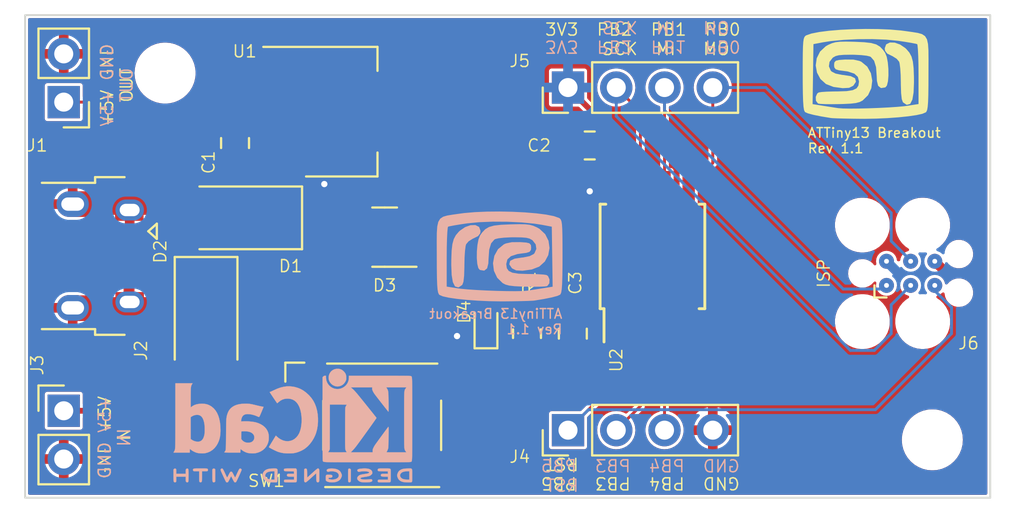
<source format=kicad_pcb>
(kicad_pcb (version 20211014) (generator pcbnew)
  (title_block (title "ATTiny13 Breakout") (rev "1.1"))
  (layers (0 "F.Cu" signal) (31 "B.Cu" signal) (34 "B.Paste" user) (35 "F.Paste" user) (36 "B.SilkS" user "B.Silkscreen") (37 "F.SilkS" user "F.Silkscreen") (38 "B.Mask" user) (39 "F.Mask" user) (44 "Edge.Cuts" user))
  (net 0 "")
  (net 1 "+3.3V")
  (net 2 "GND")
  (net 3 "+5V")
  (net 4 "Net-(D1-Pad2)")
  (net 5 "Net-(D2-Pad2)")
  (net 9 "/PB5_RESET")
  (net 10 "/GPIO_PB3")
  (net 11 "/GPIO_PB4")
  (net 12 "/PB2_SCK")
  (net 13 "/PB1_MISO")
  (net 14 "/PB0_MOSI")
  (footprint "Connector_PinHeader_2.54mm:PinHeader_1x02_P2.54mm_Vertical" (layer "F.Cu") (at 103.632 106.177 180)
    (fp_text reference "J1" (at 1.397 -2.281) (layer "F.SilkS") (effects (font (size 0.635 0.635) (thickness 0.0762))))
    (fp_text value "Pwr OUT")
    (pad "1" thru_hole rect (at 0 0 180) (size 1.7 1.7) (drill 1) (layers *.Cu *.Mask) (net 3 "+5V"))
    (pad "2" thru_hole oval (at 0 2.54 180) (size 1.7 1.7) (drill 1) (layers *.Cu *.Mask) (net 2 "GND"))
  )
  (footprint "Capacitor_SMD:C_0805_2012Metric_Pad1.18x1.45mm_HandSolder" (layer "F.Cu") (at 131.318 108.458 180)
    (fp_text reference "C2" (at 2.667 0) (layer "F.SilkS") (effects (font (size 0.635 0.635) (thickness 0.0762))))
    (fp_text value "100nF")
    (pad "1" smd roundrect (at -1.0375 0 180) (size 1.175 1.45) (layers "F.Cu" "F.Paste" "F.Mask") (roundrect_rratio 0.212766) (net 1 "+3.3V"))
    (pad "2" smd roundrect (at 1.0375 0 180) (size 1.175 1.45) (layers "F.Cu" "F.Paste" "F.Mask") (roundrect_rratio 0.212766) (net 2 "GND"))
  )
  (footprint "Package_TO_SOT_SMD:SOT-223-3_TabPin2" (layer "F.Cu") (at 118.237 106.68)
    (fp_text reference "U1" (at -5.08 -3.175) (layer "F.SilkS") (effects (font (size 0.635 0.635) (thickness 0.0762))))
    (fp_text value "TC1262-33")
    (pad "1" smd rect (at -3.15 -2.3) (size 2 1.5) (layers "F.Cu" "F.Paste" "F.Mask") (net 3 "+5V"))
    (pad "2" smd rect (at -3.15 0) (size 2 1.5) (layers "F.Cu" "F.Paste" "F.Mask") (net 2 "GND"))
    (pad "2" smd rect (at 3.15 0) (size 2 3.8) (layers "F.Cu" "F.Paste" "F.Mask") (net 2 "GND"))
    (pad "3" smd rect (at -3.15 2.3) (size 2 1.5) (layers "F.Cu" "F.Paste" "F.Mask") (net 1 "+3.3V"))
  )
  (footprint "Connector_PinHeader_2.54mm:PinHeader_1x04_P2.54mm_Vertical" (layer "F.Cu") (at 130.175 123.444 90)
    (fp_text reference "J4" (at -1.397 -2.54) (layer "F.SilkS") (effects (font (size 0.635 0.635) (thickness 0.0762))))
    (fp_text value "Conn_01x04_Male" hide)
    (pad "1" thru_hole rect (at 0 0 90) (size 1.7 1.7) (drill 1) (layers *.Cu *.Mask) (net 9 "/PB5_RESET"))
    (pad "2" thru_hole oval (at 0 2.54 90) (size 1.7 1.7) (drill 1) (layers *.Cu *.Mask) (net 10 "/GPIO_PB3"))
    (pad "3" thru_hole oval (at 0 5.08 90) (size 1.7 1.7) (drill 1) (layers *.Cu *.Mask) (net 11 "/GPIO_PB4"))
    (pad "4" thru_hole oval (at 0 7.62 90) (size 1.7 1.7) (drill 1) (layers *.Cu *.Mask) (net 2 "GND"))
  )
  (footprint "Capacitor_SMD:C_0805_2012Metric_Pad1.18x1.45mm_HandSolder" (layer "F.Cu") (at 130.429 118.364 -90)
    (fp_text reference "C3" (at -2.667 -0.127 90) (layer "F.SilkS") (effects (font (size 0.635 0.635) (thickness 0.0762))))
    (fp_text value "100nF")
    (pad "1" smd roundrect (at -1.0375 0 270) (size 1.175 1.45) (layers "F.Cu" "F.Paste" "F.Mask") (roundrect_rratio 0.212766) (net 9 "/PB5_RESET"))
    (pad "2" smd roundrect (at 1.0375 0 270) (size 1.175 1.45) (layers "F.Cu" "F.Paste" "F.Mask") (roundrect_rratio 0.212766) (net 2 "GND"))
  )
  (footprint "Diode_SMD:D_SMA" (layer "F.Cu") (at 111.125 117.729 -90)
    (fp_text reference "D2" (at -3.683 2.413 90) (layer "F.SilkS") (effects (font (size 0.635 0.635) (thickness 0.0762))))
    (fp_text value "B130")
    (pad "1" smd rect (at -2 0 270) (size 2.5 1.8) (layers "F.Cu" "F.Paste" "F.Mask") (net 3 "+5V"))
    (pad "2" smd rect (at 2 0 270) (size 2.5 1.8) (layers "F.Cu" "F.Paste" "F.Mask") (net 5 "Net-(D2-Pad2)"))
  )
  (footprint "Connector_PinHeader_2.54mm:PinHeader_1x04_P2.54mm_Vertical" (layer "F.Cu") (at 130.175 105.41 90)
    (fp_text reference "J5" (at 1.397 -2.54) (layer "F.SilkS") (effects (font (size 0.635 0.635) (thickness 0.0762))))
    (fp_text value "Conn_01x04_Male" hide)
    (pad "1" thru_hole rect (at 0 0 90) (size 1.7 1.7) (drill 1) (layers *.Cu *.Mask) (net 1 "+3.3V"))
    (pad "2" thru_hole oval (at 0 2.54 90) (size 1.7 1.7) (drill 1) (layers *.Cu *.Mask) (net 12 "/PB2_SCK"))
    (pad "3" thru_hole oval (at 0 5.08 90) (size 1.7 1.7) (drill 1) (layers *.Cu *.Mask) (net 13 "/PB1_MISO"))
    (pad "4" thru_hole oval (at 0 7.62 90) (size 1.7 1.7) (drill 1) (layers *.Cu *.Mask) (net 14 "/PB0_MOSI"))
  )
  (footprint "mech:MyBasic_rounded_50_1" (layer "F.Cu") (at 145.796 104.648)
    (fp_text reference "Lg1" hide)
    (fp_text value "SM" hide)
  )
  (footprint "attiny13_breakout:Tag-Connect_TC2030-IDC-FP_2x03_P1.27mm_Vertical" (layer "F.Cu") (at 148.209 115.189)
    (fp_text reference "J6" (at 3.048 3.683) (layer "F.SilkS") (effects (font (size 0.635 0.635) (thickness 0.0762))))
    (fp_text value "ISP")
    (pad "" np_thru_hole circle (at 2.54 -1.016) (size 0.9906 0.9906) (drill 0.9906) (layers *.Cu *.Mask))
    (pad "" np_thru_hole circle (at 0.635 -2.54) (size 2.3749 2.3749) (drill 2.3749) (layers *.Cu *.Mask))
    (pad "" np_thru_hole circle (at 2.54 1.016) (size 0.9906 0.9906) (drill 0.9906) (layers *.Cu *.Mask))
    (pad "" np_thru_hole circle (at 0.635 2.54) (size 2.3749 2.3749) (drill 2.3749) (layers *.Cu *.Mask))
    (pad "" np_thru_hole circle (at -2.54 0) (size 0.9906 0.9906) (drill 0.9906) (layers *.Cu *.Mask))
    (pad "" np_thru_hole circle (at -2.54 2.54) (size 2.3749 2.3749) (drill 2.3749) (layers *.Cu *.Mask))
    (pad "" np_thru_hole circle (at -2.54 -2.54) (size 2.3749 2.3749) (drill 2.3749) (layers *.Cu *.Mask))
    (pad "1" thru_hole circle (at -1.27 0.635) (size 0.7874 0.7874) (drill 0.254) (layers *.Cu "F.Mask") (net 13 "/PB1_MISO"))
    (pad "2" thru_hole circle (at -1.27 -0.635) (size 0.7874 0.7874) (drill 0.254) (layers *.Cu "F.Mask") (net 1 "+3.3V"))
    (pad "3" thru_hole circle (at 0 0.635) (size 0.7874 0.7874) (drill 0.254) (layers *.Cu "F.Mask") (net 12 "/PB2_SCK"))
    (pad "4" thru_hole circle (at 0 -0.635) (size 0.7874 0.7874) (drill 0.254) (layers *.Cu "F.Mask") (net 14 "/PB0_MOSI"))
    (pad "5" thru_hole circle (at 1.27 0.635) (size 0.7874 0.7874) (drill 0.254) (layers *.Cu "F.Mask") (net 9 "/PB5_RESET"))
    (pad "6" thru_hole circle (at 1.27 -0.635) (size 0.7874 0.7874) (drill 0.254) (layers *.Cu "F.Mask") (net 2 "GND"))
    (zone (net 0) (net_name "") (layer "F.Cu") (connect_pads (clearance 0)) (min_thickness 0.254)
      (keepout (tracks allowed) (vias not_allowed) (pads allowed) (copperpour not_allowed) (footprints not_allowed))
      (fill (thermal_gap 0.508) (thermal_bridge_width 0.508))
      (polygon (pts (xy 149.479 114.554) (xy 146.939 114.554) (xy 146.939 115.824) (xy 149.479 115.824)))
    )
  )
  (footprint "MountingHole:MountingHole_2.7mm_M2.5" (layer "F.Cu") (at 108.966 104.648)
    (fp_text reference "H2" hide)
    (fp_text value "M2.5 Mounting Hole")
    (pad "" np_thru_hole circle (at 0 0) (size 2.7 2.7) (drill 2.7) (layers *.Cu *.Mask))
  )
  (footprint "Button_Switch_SMD:SW_SPST_Omron_B3FS-100xP" (layer "F.Cu") (at 120.396 123.19)
    (fp_text reference "SW1" (at -6.096 2.921) (layer "F.SilkS") (effects (font (size 0.635 0.635) (thickness 0.0762))))
    (fp_text value "B3S-1000")
    (pad "1" smd rect (at 4 -2.25 180) (size 1.6 1.4) (layers "F.Cu" "F.Paste" "F.Mask") (net 9 "/PB5_RESET"))
    (pad "1" smd rect (at -4 -2.25 180) (size 1.6 1.4) (layers "F.Cu" "F.Paste" "F.Mask") (net 9 "/PB5_RESET"))
    (pad "2" smd rect (at 4 2.25 180) (size 1.6 1.4) (layers "F.Cu" "F.Paste" "F.Mask") (net 2 "GND"))
    (pad "2" smd rect (at -4 2.25 180) (size 1.6 1.4) (layers "F.Cu" "F.Paste" "F.Mask") (net 2 "GND"))
  )
  (footprint "Diode_SMD:D_SMA" (layer "F.Cu") (at 112.776 112.268 180)
    (fp_text reference "D1" (at -2.794 -2.54) (layer "F.SilkS") (effects (font (size 0.635 0.635) (thickness 0.0762))))
    (fp_text value "B130")
    (pad "1" smd rect (at -2 0 180) (size 2.5 1.8) (layers "F.Cu" "F.Paste" "F.Mask") (net 3 "+5V"))
    (pad "2" smd rect (at 2 0 180) (size 2.5 1.8) (layers "F.Cu" "F.Paste" "F.Mask") (net 4 "Net-(D1-Pad2)"))
  )
  (footprint "Resistor_SMD:R_0805_2012Metric_Pad1.20x1.40mm_HandSolder" (layer "F.Cu") (at 128.016 118.364 90)
    (fp_text reference "R1" (at 2.667 0.127 90) (layer "F.SilkS") (effects (font (size 0.635 0.635) (thickness 0.0762))))
    (fp_text value "4.7kΩ")
    (pad "1" smd roundrect (at -1 0 90) (size 1.2 1.4) (layers "F.Cu" "F.Paste" "F.Mask") (roundrect_rratio 0.208333) (net 1 "+3.3V"))
    (pad "2" smd roundrect (at 1 0 90) (size 1.2 1.4) (layers "F.Cu" "F.Paste" "F.Mask") (roundrect_rratio 0.208333) (net 9 "/PB5_RESET"))
  )
  (footprint "Connector_USB:USB_Micro-B_Amphenol_10103594-0001LF_Horizontal" (layer "F.Cu") (at 105.2175 114.3 -90)
    (fp_text reference "J2" (at 4.953 -2.4785 -90) (layer "F.SilkS") (effects (font (size 0.635 0.635) (thickness 0.0762))))
    (fp_text value "Power")
    (pad "1" smd rect (at -1.325 -1.765) (size 1.65 0.4) (layers "F.Cu" "F.Paste" "F.Mask") (net 4 "Net-(D1-Pad2)"))
    (pad "2" smd rect (at -0.675 -1.765) (size 1.65 0.4) (layers "F.Cu" "F.Paste" "F.Mask"))
    (pad "3" smd rect (at -0.025 -1.765) (size 1.65 0.4) (layers "F.Cu" "F.Paste" "F.Mask"))
    (pad "4" smd rect (at 0.625 -1.765) (size 1.65 0.4) (layers "F.Cu" "F.Paste" "F.Mask"))
    (pad "5" smd rect (at 1.275 -1.765) (size 1.65 0.4) (layers "F.Cu" "F.Paste" "F.Mask") (net 2 "GND"))
    (pad "6" smd rect (at -2.875 -1.865 270) (size 2 1.5) (layers "F.Cu" "F.Paste" "F.Mask") (net 2 "GND"))
    (pad "6" thru_hole oval (at 2.395 -1.885) (size 1.5 1.1) (drill oval 1.05 0.65) (layers *.Cu *.Mask) (net 2 "GND"))
    (pad "6" smd rect (at 2.725 0.185 270) (size 1.35 2) (layers "F.Cu" "F.Paste" "F.Mask") (net 2 "GND"))
    (pad "6" smd rect (at 2.975 -0.565 270) (size 1.825 0.7) (layers "F.Cu" "F.Paste" "F.Mask") (net 2 "GND"))
    (pad "6" smd rect (at 2.875 -1.885 270) (size 2 1.5) (layers "F.Cu" "F.Paste" "F.Mask") (net 2 "GND"))
    (pad "6" smd rect (at -2.755 0.185 270) (size 1.35 2) (layers "F.Cu" "F.Paste" "F.Mask") (net 2 "GND"))
    (pad "6" smd rect (at -0.985 1.385) (size 2.5 1.43) (layers "F.Cu" "F.Paste" "F.Mask") (net 2 "GND"))
    (pad "6" smd rect (at -2.975 -0.565 270) (size 1.825 0.7) (layers "F.Cu" "F.Paste" "F.Mask") (net 2 "GND"))
    (pad "6" smd rect (at 0.935 1.385) (size 2.5 1.43) (layers "F.Cu" "F.Paste" "F.Mask") (net 2 "GND"))
    (pad "6" thru_hole oval (at -2.755 1.115) (size 1.7 1.35) (drill oval 1.2 0.7) (layers *.Cu *.Mask) (net 2 "GND"))
    (pad "6" thru_hole oval (at -2.445 -1.885) (size 1.5 1.1) (drill oval 1.05 0.65) (layers *.Cu *.Mask) (net 2 "GND"))
    (pad "6" thru_hole oval (at 2.705 1.115) (size 1.7 1.35) (drill oval 1.2 0.7) (layers *.Cu *.Mask) (net 2 "GND"))
  )
  (footprint "Package_SO:SOIC-8W_5.3x5.3mm_P1.27mm" (layer "F.Cu") (at 134.62 114.3 90)
    (fp_text reference "U2" (at -5.461 -1.905 90) (layer "F.SilkS") (effects (font (size 0.635 0.635) (thickness 0.0762))))
    (fp_text value "ATtiny13-20S")
    (pad "1" smd rect (at -3.65 -1.905 90) (size 1.7 0.65) (layers "F.Cu" "F.Paste" "F.Mask") (net 9 "/PB5_RESET"))
    (pad "2" smd rect (at -3.65 -0.635 90) (size 1.7 0.65) (layers "F.Cu" "F.Paste" "F.Mask") (net 10 "/GPIO_PB3"))
    (pad "3" smd rect (at -3.65 0.635 90) (size 1.7 0.65) (layers "F.Cu" "F.Paste" "F.Mask") (net 11 "/GPIO_PB4"))
    (pad "4" smd rect (at -3.65 1.905 90) (size 1.7 0.65) (layers "F.Cu" "F.Paste" "F.Mask") (net 2 "GND"))
    (pad "5" smd rect (at 3.65 1.905 90) (size 1.7 0.65) (layers "F.Cu" "F.Paste" "F.Mask") (net 14 "/PB0_MOSI"))
    (pad "6" smd rect (at 3.65 0.635 90) (size 1.7 0.65) (layers "F.Cu" "F.Paste" "F.Mask") (net 13 "/PB1_MISO"))
    (pad "7" smd rect (at 3.65 -0.635 90) (size 1.7 0.65) (layers "F.Cu" "F.Paste" "F.Mask") (net 12 "/PB2_SCK"))
    (pad "8" smd rect (at 3.65 -1.905 90) (size 1.7 0.65) (layers "F.Cu" "F.Paste" "F.Mask") (net 1 "+3.3V"))
  )
  (footprint "Diode_SMD:D_SOD-523" (layer "F.Cu") (at 125.857 117.983 90)
    (fp_text reference "D4" (at 0.762 -1.143 90) (layer "F.SilkS") (effects (font (size 0.635 0.635) (thickness 0.0762))))
    (fp_text value "PESD3V3S1UB" hide)
    (pad "1" smd rect (at -0.7 0 270) (size 0.6 0.7) (layers "F.Cu" "F.Paste" "F.Mask") (net 1 "+3.3V"))
    (pad "2" smd rect (at 0.7 0 270) (size 0.6 0.7) (layers "F.Cu" "F.Paste" "F.Mask") (net 9 "/PB5_RESET"))
  )
  (footprint "MountingHole:MountingHole_2.7mm_M2.5" (layer "F.Cu") (at 149.352 123.952)
    (fp_text reference "H1" hide)
    (fp_text value "M2.5 Mounting Hole")
    (pad "" np_thru_hole circle (at 0 0) (size 2.7 2.7) (drill 2.7) (layers *.Cu *.Mask))
  )
  (footprint "Package_TO_SOT_SMD:SOT-23" (layer "F.Cu") (at 120.523 113.284 180)
    (fp_text reference "D3" (at 0 -2.54) (layer "F.SilkS") (effects (font (size 0.635 0.635) (thickness 0.0762))))
    (fp_text value "BZX84Cxx")
    (pad "1" smd roundrect (at -0.9375 -0.95 180) (size 1.475 0.6) (layers "F.Cu" "F.Paste" "F.Mask") (net 2 "GND"))
    (pad "2" smd roundrect (at -0.9375 0.95 180) (size 1.475 0.6) (layers "F.Cu" "F.Paste" "F.Mask"))
    (pad "3" smd roundrect (at 0.9375 0 180) (size 1.475 0.6) (layers "F.Cu" "F.Paste" "F.Mask") (net 3 "+5V"))
  )
  (footprint "Connector_PinHeader_2.54mm:PinHeader_1x02_P2.54mm_Vertical" (layer "F.Cu") (at 103.632 122.423)
    (fp_text reference "J3" (at -1.397 -2.408 90) (layer "F.SilkS") (effects (font (size 0.635 0.635) (thickness 0.0762))))
    (fp_text value "Alt IN")
    (pad "1" thru_hole rect (at 0 0) (size 1.7 1.7) (drill 1) (layers *.Cu *.Mask) (net 5 "Net-(D2-Pad2)"))
    (pad "2" thru_hole oval (at 0 2.54) (size 1.7 1.7) (drill 1) (layers *.Cu *.Mask) (net 2 "GND"))
  )
  (footprint "Capacitor_SMD:C_0805_2012Metric_Pad1.18x1.45mm_HandSolder" (layer "F.Cu") (at 112.649 108.331 90)
    (fp_text reference "C1" (at -1.016 -1.397 90) (layer "F.SilkS") (effects (font (size 0.635 0.635) (thickness 0.0762))))
    (fp_text value "1μF")
    (pad "1" smd roundrect (at -1.0375 0 90) (size 1.175 1.45) (layers "F.Cu" "F.Paste" "F.Mask") (roundrect_rratio 0.212766) (net 1 "+3.3V"))
    (pad "2" smd roundrect (at 1.0375 0 90) (size 1.175 1.45) (layers "F.Cu" "F.Paste" "F.Mask") (roundrect_rratio 0.212766) (net 2 "GND"))
  )
  (footprint "Symbol:KiCad-Logo2_5mm_SilkScreen" (layer "B.Cu") (at 115.697 123.19 180)
    (fp_text reference "Lg2" hide)
    (fp_text value "KiCad" hide)
  )
  (footprint "mech:MyBasic_rounded_50_1" (layer "B.Cu") (at 126.619 114.257443 180)
    (fp_text reference "Lg3" hide)
    (fp_text value "SM" hide)
  )
  (gr_rect (start 101.6 101.6) (end 152.4 127) (layer "Edge.Cuts") (width 0.1) (fill none))
  (gr_text "GND  PB4  PB3  PB5\n                 RST" (at 133.985 125.857) (layer "B.SilkS") (effects (font (size 0.635 0.635) (thickness 0.0762)) (justify mirror)))
  (gr_text "GND +5V\nOUT" (at 106.426 105.283 90) (layer "B.SilkS") (effects (font (size 0.635 0.635) (thickness 0.0762)) (justify mirror)))
  (gr_text "+5V GND\nIN" (at 106.299 123.825 90) (layer "B.SilkS") (effects (font (size 0.635 0.635) (thickness 0.0762)) (justify mirror)))
  (gr_text "ATTiny13 Breakout\nRev 1.1" (at 129.921 117.729) (layer "B.SilkS") (effects (font (size 0.508 0.508) (thickness 0.0762)) (justify left mirror)))
  (gr_text "3V3  PB2  PB1  PB0\n     SCK  MI   MO" (at 134.112 102.743 180) (layer "B.SilkS") (effects (font (size 0.635 0.635) (thickness 0.0762)) (justify mirror)))
  (gr_text "ATTiny13 Breakout\nRev 1.1" (at 142.748 108.204) (layer "F.SilkS") (effects (font (size 0.508 0.508) (thickness 0.0762)) (justify left)))
  (gr_text "ISP" (at 143.637 115.189 90) (layer "F.SilkS") (effects (font (size 0.635 0.635) (thickness 0.0762))))
  (gr_text "GND  PB4  PB3  PB5\n                 RST" (at 133.985 125.73 180) (layer "F.SilkS") (effects (font (size 0.635 0.635) (thickness 0.0762))))
  (gr_text "+5V GND\nOUT" (at 106.426 105.283 90) (layer "F.SilkS") (effects (font (size 0.635 0.635) (thickness 0.0762))))
  (gr_text "3V3  PB2  PB1  PB0\n     SCK  MI   MO" (at 134.112 102.87) (layer "F.SilkS") (effects (font (size 0.635 0.635) (thickness 0.0762))))
  (gr_text "GND +5V\nIN" (at 106.299 123.825 90) (layer "F.SilkS") (effects (font (size 0.635 0.635) (thickness 0.0762))))
  (segment (start 125.857 118.683) (end 124.525 118.683) (width 0.1524) (layer "F.Cu") (net 1))
  (segment (start 132.715 110.65) (end 131.539 110.65) (width 0.1524) (layer "F.Cu") (net 1))
  (segment (start 114.6985 109.3685) (end 115.087 108.98) (width 0.3048) (layer "F.Cu") (net 1))
  (segment (start 131.539 110.65) (end 131.318 110.871) (width 0.1524) (layer "F.Cu") (net 1))
  (segment (start 130.175 105.41) (end 132.3555 107.5905) (width 0.3048) (layer "F.Cu") (net 1))
  (segment (start 127.335 118.683) (end 128.016 119.364) (width 0.1524) (layer "F.Cu") (net 1))
  (segment (start 132.3555 108.458) (end 132.3555 110.2905) (width 0.3048) (layer "F.Cu") (net 1))
  (segment (start 115.087 108.98) (end 115.838 108.98) (width 0.3048) (layer "F.Cu") (net 1))
  (segment (start 124.525 118.683) (end 124.333 118.491) (width 0.1524) (layer "F.Cu") (net 1))
  (segment (start 112.649 109.3685) (end 114.6985 109.3685) (width 0.3048) (layer "F.Cu") (net 1))
  (segment (start 125.857 118.683) (end 127.335 118.683) (width 0.1524) (layer "F.Cu") (net 1))
  (segment (start 115.838 108.98) (end 117.348 110.49) (width 0.3048) (layer "F.Cu") (net 1))
  (segment (start 132.3555 107.5905) (end 132.3555 108.458) (width 0.3048) (layer "F.Cu") (net 1))
  (via (at 117.348 110.49) (size 0.6858) (drill 0.3302) (layers "F.Cu" "B.Cu") (net 1))
  (via (at 124.333 118.491) (size 0.6858) (drill 0.3302) (layers "F.Cu" "B.Cu") (net 1))
  (via (at 131.318 110.871) (size 0.6858) (drill 0.3302) (layers "F.Cu" "B.Cu") (net 1))
  (segment (start 107.2826 106.177) (end 113.3736 112.268) (width 0.1524) (layer "F.Cu") (net 3))
  (segment (start 103.632 106.177) (end 107.2826 106.177) (width 0.1524) (layer "F.Cu") (net 3))
  (segment (start 108.0396 106.934) (end 110.236 106.934) (width 0.1524) (layer "F.Cu") (net 3))
  (segment (start 112.79 104.38) (end 115.087 104.38) (width 0.1524) (layer "F.Cu") (net 3))
  (segment (start 110.236 106.934) (end 112.79 104.38) (width 0.1524) (layer "F.Cu") (net 3))
  (segment (start 118.5695 112.268) (end 119.5855 113.284) (width 0.3048) (layer "F.Cu") (net 3))
  (segment (start 111.315 115.729) (end 114.776 112.268) (width 0.3048) (layer "F.Cu") (net 3))
  (segment (start 107.2826 106.177) (end 108.0396 106.934) (width 0.1524) (layer "F.Cu") (net 3))
  (segment (start 111.125 115.729) (end 111.315 115.729) (width 0.3048) (layer "F.Cu") (net 3))
  (segment (start 114.776 112.268) (end 118.5695 112.268) (width 0.3048) (layer "F.Cu") (net 3))
  (segment (start 113.3736 112.268) (end 114.776 112.268) (width 0.1524) (layer "F.Cu") (net 3))
  (segment (start 110.044 113) (end 110.776 112.268) (width 0.1524) (layer "F.Cu") (net 4))
  (segment (start 106.9825 112.975) (end 110.069 112.975) (width 0.3048) (layer "F.Cu") (net 4))
  (segment (start 110.069 112.975) (end 110.776 112.268) (width 0.3048) (layer "F.Cu") (net 4))
  (segment (start 103.632 122.423) (end 108.431 122.423) (width 0.3048) (layer "F.Cu") (net 5))
  (segment (start 108.431 122.423) (end 111.125 119.729) (width 0.3048) (layer "F.Cu") (net 5))
  (segment (start 128.615 120.94) (end 129.159 120.396) (width 0.1524) (layer "F.Cu") (net 9))
  (segment (start 125.857 117.283) (end 127.935 117.283) (width 0.1524) (layer "F.Cu") (net 9))
  (segment (start 128.016 117.364) (end 130.3915 117.364) (width 0.1524) (layer "F.Cu") (net 9))
  (segment (start 124.396 120.94) (end 128.615 120.94) (width 0.1524) (layer "F.Cu") (net 9))
  (segment (start 130.3915 117.364) (end 130.429 117.3265) (width 0.1524) (layer "F.Cu") (net 9))
  (segment (start 132.715 117.95) (end 132.715 120.904) (width 0.1524) (layer "F.Cu") (net 9))
  (segment (start 116.396 120.94) (end 124.396 120.94) (width 0.1524) (layer "F.Cu") (net 9))
  (segment (start 129.159 120.396) (end 129.159 118.507) (width 0.1524) (layer "F.Cu") (net 9))
  (segment (start 127.935 117.283) (end 128.016 117.364) (width 0.1524) (layer "F.Cu") (net 9))
  (segment (start 132.715 120.904) (end 130.175 123.444) (width 0.1524) (layer "F.Cu") (net 9))
  (segment (start 131.0525 117.95) (end 132.715 117.95) (width 0.1524) (layer "F.Cu") (net 9))
  (segment (start 130.429 117.3265) (end 131.0525 117.95) (width 0.1524) (layer "F.Cu") (net 9))
  (segment (start 129.159 118.507) (end 128.016 117.364) (width 0.1524) (layer "F.Cu") (net 9))
  (segment (start 149.479 116.102435) (end 150.361651 116.985086) (width 0.1524) (layer "B.Cu") (net 9))
  (segment (start 150.361651 118.357632) (end 146.353883 122.3654) (width 0.1524) (layer "B.Cu") (net 9))
  (segment (start 149.479 115.824) (end 149.479 116.102435) (width 0.1524) (layer "B.Cu") (net 9))
  (segment (start 146.353883 122.3654) (end 131.2536 122.3654) (width 0.1524) (layer "B.Cu") (net 9))
  (segment (start 150.361651 116.985086) (end 150.361651 118.357632) (width 0.1524) (layer "B.Cu") (net 9))
  (segment (start 131.2536 122.3654) (end 130.175 123.444) (width 0.1524) (layer "B.Cu") (net 9))
  (segment (start 133.985 122.174) (end 133.985 117.95) (width 0.1524) (layer "F.Cu") (net 10))
  (segment (start 132.715 123.444) (end 133.985 122.174) (width 0.1524) (layer "F.Cu") (net 10))
  (segment (start 135.255 123.444) (end 135.255 117.95) (width 0.1524) (layer "F.Cu") (net 11))
  (segment (start 133.985 106.68) (end 133.985 110.65) (width 0.1524) (layer "F.Cu") (net 12))
  (segment (start 132.715 105.41) (end 133.985 106.68) (width 0.1524) (layer "F.Cu") (net 12))
  (segment (start 147.186651 118.357632) (end 146.297632 119.246651) (width 0.1524) (layer "B.Cu") (net 12))
  (segment (start 132.715 106.921283) (end 132.715 105.41) (width 0.1524) (layer "B.Cu") (net 12))
  (segment (start 146.297632 119.246651) (end 145.040368 119.246651) (width 0.1524) (layer "B.Cu") (net 12))
  (segment (start 148.209 115.824) (end 147.186651 116.846349) (width 0.1524) (layer "B.Cu") (net 12))
  (segment (start 147.186651 116.846349) (end 147.186651 118.357632) (width 0.1524) (layer "B.Cu") (net 12))
  (segment (start 145.040368 119.246651) (end 132.715 106.921283) (width 0.1524) (layer "B.Cu") (net 12))
  (segment (start 135.255 105.41) (end 135.255 110.65) (width 0.1524) (layer "F.Cu") (net 13))
  (segment (start 135.255 106.612081) (end 135.255 105.41) (width 0.1524) (layer "B.Cu") (net 13))
  (segment (start 146.939 115.824) (end 146.748499 116.014501) (width 0.1524) (layer "B.Cu") (net 13))
  (segment (start 146.748499 116.014501) (end 144.65742 116.014501) (width 0.1524) (layer "B.Cu") (net 13))
  (segment (start 144.65742 116.014501) (end 135.255 106.612081) (width 0.1524) (layer "B.Cu") (net 13))
  (segment (start 137.795 109.38) (end 136.525 110.65) (width 0.1524) (layer "F.Cu") (net 14))
  (segment (start 137.795 105.41) (end 137.795 109.38) (width 0.1524) (layer "F.Cu") (net 14))
  (segment (start 148.209 114.554) (end 148.209 114.513588) (width 0.1524) (layer "B.Cu") (net 14))
  (segment (start 148.209 114.513588) (end 147.186651 113.491239) (width 0.1524) (layer "B.Cu") (net 14))
  (segment (start 147.186651 113.491239) (end 147.186651 112.007651) (width 0.1524) (layer "B.Cu") (net 14))
  (segment (start 140.589 105.41) (end 137.795 105.41) (width 0.1524) (layer "B.Cu") (net 14))
  (segment (start 147.186651 112.007651) (end 140.589 105.41) (width 0.1524) (layer "B.Cu") (net 14))
  (zone (net 2) (net_name "GND") (layer "F.Cu") (connect_pads (clearance 0.1524)) (min_thickness 0.1524) (fill yes (thermal_gap 0.381) (thermal_bridge_width 0.508))
    (polygon (pts (xy 152.4 127) (xy 101.6 127) (xy 101.6 101.6) (xy 152.4 101.6)))
  )
  (zone (net 1) (net_name "+3.3V") (layer "B.Cu") (connect_pads (clearance 0.1524)) (min_thickness 0.1524) (fill yes (thermal_gap 0.381) (thermal_bridge_width 0.508))
    (polygon (pts (xy 152.4 127) (xy 101.6 127) (xy 101.6 101.6) (xy 152.4 101.6)))
  )
)
</source>
